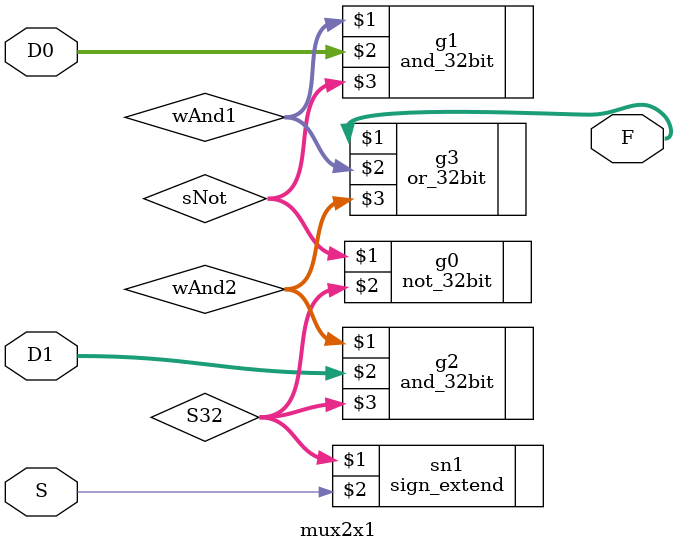
<source format=v>
module mux2x1 (output [31:0] F, input [31:0] D0, input [31:0] D1, input S);
	wire [31:0] wAnd1;
	wire [31:0] wAnd2;
	wire [31:0] sNot;
	wire [31:0] S32;
	sign_extend sn1 (S32, S);
	
	not_32bit g0(sNot, S32);
	and_32bit g1(wAnd1, D0, sNot);
	and_32bit g2(wAnd2, D1, S32);
	or_32bit g3(F, wAnd1, wAnd2);
endmodule
</source>
